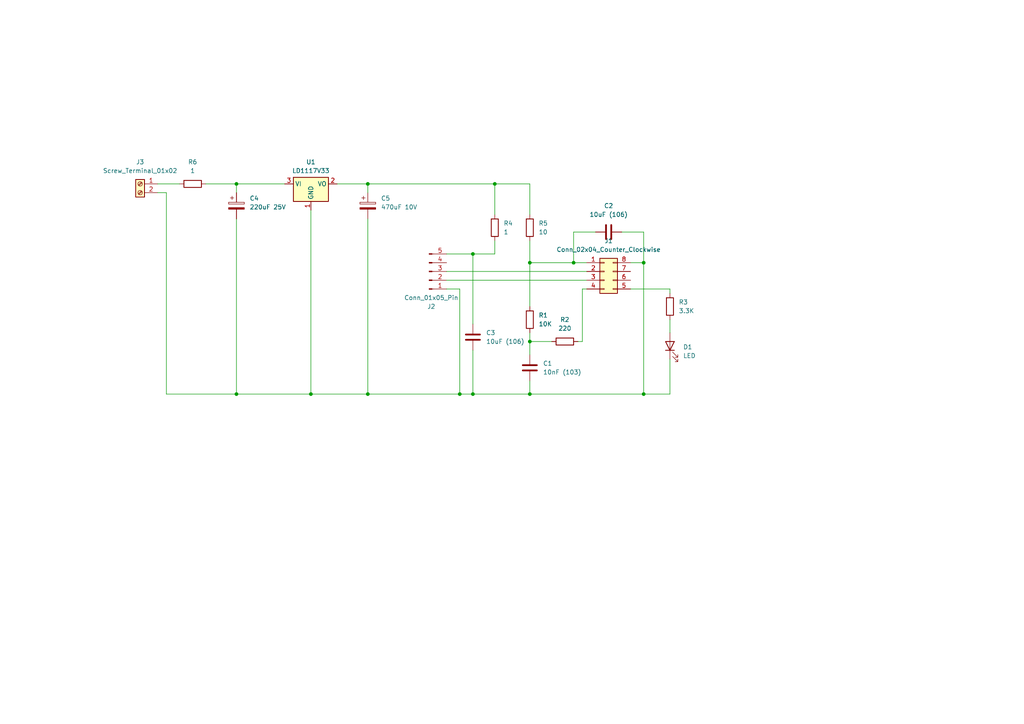
<source format=kicad_sch>
(kicad_sch
	(version 20250114)
	(generator "eeschema")
	(generator_version "9.0")
	(uuid "87747d33-8b9f-475a-aea1-20fb8b40656c")
	(paper "A4")
	(lib_symbols
		(symbol "Connector:Conn_01x05_Pin"
			(pin_names
				(offset 1.016)
				(hide yes)
			)
			(exclude_from_sim no)
			(in_bom yes)
			(on_board yes)
			(property "Reference" "J"
				(at 0 7.62 0)
				(effects
					(font
						(size 1.27 1.27)
					)
				)
			)
			(property "Value" "Conn_01x05_Pin"
				(at 0 -7.62 0)
				(effects
					(font
						(size 1.27 1.27)
					)
				)
			)
			(property "Footprint" ""
				(at 0 0 0)
				(effects
					(font
						(size 1.27 1.27)
					)
					(hide yes)
				)
			)
			(property "Datasheet" "~"
				(at 0 0 0)
				(effects
					(font
						(size 1.27 1.27)
					)
					(hide yes)
				)
			)
			(property "Description" "Generic connector, single row, 01x05, script generated"
				(at 0 0 0)
				(effects
					(font
						(size 1.27 1.27)
					)
					(hide yes)
				)
			)
			(property "ki_locked" ""
				(at 0 0 0)
				(effects
					(font
						(size 1.27 1.27)
					)
				)
			)
			(property "ki_keywords" "connector"
				(at 0 0 0)
				(effects
					(font
						(size 1.27 1.27)
					)
					(hide yes)
				)
			)
			(property "ki_fp_filters" "Connector*:*_1x??_*"
				(at 0 0 0)
				(effects
					(font
						(size 1.27 1.27)
					)
					(hide yes)
				)
			)
			(symbol "Conn_01x05_Pin_1_1"
				(rectangle
					(start 0.8636 5.207)
					(end 0 4.953)
					(stroke
						(width 0.1524)
						(type default)
					)
					(fill
						(type outline)
					)
				)
				(rectangle
					(start 0.8636 2.667)
					(end 0 2.413)
					(stroke
						(width 0.1524)
						(type default)
					)
					(fill
						(type outline)
					)
				)
				(rectangle
					(start 0.8636 0.127)
					(end 0 -0.127)
					(stroke
						(width 0.1524)
						(type default)
					)
					(fill
						(type outline)
					)
				)
				(rectangle
					(start 0.8636 -2.413)
					(end 0 -2.667)
					(stroke
						(width 0.1524)
						(type default)
					)
					(fill
						(type outline)
					)
				)
				(rectangle
					(start 0.8636 -4.953)
					(end 0 -5.207)
					(stroke
						(width 0.1524)
						(type default)
					)
					(fill
						(type outline)
					)
				)
				(polyline
					(pts
						(xy 1.27 5.08) (xy 0.8636 5.08)
					)
					(stroke
						(width 0.1524)
						(type default)
					)
					(fill
						(type none)
					)
				)
				(polyline
					(pts
						(xy 1.27 2.54) (xy 0.8636 2.54)
					)
					(stroke
						(width 0.1524)
						(type default)
					)
					(fill
						(type none)
					)
				)
				(polyline
					(pts
						(xy 1.27 0) (xy 0.8636 0)
					)
					(stroke
						(width 0.1524)
						(type default)
					)
					(fill
						(type none)
					)
				)
				(polyline
					(pts
						(xy 1.27 -2.54) (xy 0.8636 -2.54)
					)
					(stroke
						(width 0.1524)
						(type default)
					)
					(fill
						(type none)
					)
				)
				(polyline
					(pts
						(xy 1.27 -5.08) (xy 0.8636 -5.08)
					)
					(stroke
						(width 0.1524)
						(type default)
					)
					(fill
						(type none)
					)
				)
				(pin passive line
					(at 5.08 5.08 180)
					(length 3.81)
					(name "Pin_1"
						(effects
							(font
								(size 1.27 1.27)
							)
						)
					)
					(number "1"
						(effects
							(font
								(size 1.27 1.27)
							)
						)
					)
				)
				(pin passive line
					(at 5.08 2.54 180)
					(length 3.81)
					(name "Pin_2"
						(effects
							(font
								(size 1.27 1.27)
							)
						)
					)
					(number "2"
						(effects
							(font
								(size 1.27 1.27)
							)
						)
					)
				)
				(pin passive line
					(at 5.08 0 180)
					(length 3.81)
					(name "Pin_3"
						(effects
							(font
								(size 1.27 1.27)
							)
						)
					)
					(number "3"
						(effects
							(font
								(size 1.27 1.27)
							)
						)
					)
				)
				(pin passive line
					(at 5.08 -2.54 180)
					(length 3.81)
					(name "Pin_4"
						(effects
							(font
								(size 1.27 1.27)
							)
						)
					)
					(number "4"
						(effects
							(font
								(size 1.27 1.27)
							)
						)
					)
				)
				(pin passive line
					(at 5.08 -5.08 180)
					(length 3.81)
					(name "Pin_5"
						(effects
							(font
								(size 1.27 1.27)
							)
						)
					)
					(number "5"
						(effects
							(font
								(size 1.27 1.27)
							)
						)
					)
				)
			)
			(embedded_fonts no)
		)
		(symbol "Connector:Screw_Terminal_01x02"
			(pin_names
				(offset 1.016)
				(hide yes)
			)
			(exclude_from_sim no)
			(in_bom yes)
			(on_board yes)
			(property "Reference" "J"
				(at 0 2.54 0)
				(effects
					(font
						(size 1.27 1.27)
					)
				)
			)
			(property "Value" "Screw_Terminal_01x02"
				(at 0 -5.08 0)
				(effects
					(font
						(size 1.27 1.27)
					)
				)
			)
			(property "Footprint" ""
				(at 0 0 0)
				(effects
					(font
						(size 1.27 1.27)
					)
					(hide yes)
				)
			)
			(property "Datasheet" "~"
				(at 0 0 0)
				(effects
					(font
						(size 1.27 1.27)
					)
					(hide yes)
				)
			)
			(property "Description" "Generic screw terminal, single row, 01x02, script generated (kicad-library-utils/schlib/autogen/connector/)"
				(at 0 0 0)
				(effects
					(font
						(size 1.27 1.27)
					)
					(hide yes)
				)
			)
			(property "ki_keywords" "screw terminal"
				(at 0 0 0)
				(effects
					(font
						(size 1.27 1.27)
					)
					(hide yes)
				)
			)
			(property "ki_fp_filters" "TerminalBlock*:*"
				(at 0 0 0)
				(effects
					(font
						(size 1.27 1.27)
					)
					(hide yes)
				)
			)
			(symbol "Screw_Terminal_01x02_1_1"
				(rectangle
					(start -1.27 1.27)
					(end 1.27 -3.81)
					(stroke
						(width 0.254)
						(type default)
					)
					(fill
						(type background)
					)
				)
				(polyline
					(pts
						(xy -0.5334 0.3302) (xy 0.3302 -0.508)
					)
					(stroke
						(width 0.1524)
						(type default)
					)
					(fill
						(type none)
					)
				)
				(polyline
					(pts
						(xy -0.5334 -2.2098) (xy 0.3302 -3.048)
					)
					(stroke
						(width 0.1524)
						(type default)
					)
					(fill
						(type none)
					)
				)
				(polyline
					(pts
						(xy -0.3556 0.508) (xy 0.508 -0.3302)
					)
					(stroke
						(width 0.1524)
						(type default)
					)
					(fill
						(type none)
					)
				)
				(polyline
					(pts
						(xy -0.3556 -2.032) (xy 0.508 -2.8702)
					)
					(stroke
						(width 0.1524)
						(type default)
					)
					(fill
						(type none)
					)
				)
				(circle
					(center 0 0)
					(radius 0.635)
					(stroke
						(width 0.1524)
						(type default)
					)
					(fill
						(type none)
					)
				)
				(circle
					(center 0 -2.54)
					(radius 0.635)
					(stroke
						(width 0.1524)
						(type default)
					)
					(fill
						(type none)
					)
				)
				(pin passive line
					(at -5.08 0 0)
					(length 3.81)
					(name "Pin_1"
						(effects
							(font
								(size 1.27 1.27)
							)
						)
					)
					(number "1"
						(effects
							(font
								(size 1.27 1.27)
							)
						)
					)
				)
				(pin passive line
					(at -5.08 -2.54 0)
					(length 3.81)
					(name "Pin_2"
						(effects
							(font
								(size 1.27 1.27)
							)
						)
					)
					(number "2"
						(effects
							(font
								(size 1.27 1.27)
							)
						)
					)
				)
			)
			(embedded_fonts no)
		)
		(symbol "Connector_Generic:Conn_02x04_Counter_Clockwise"
			(pin_names
				(offset 1.016)
				(hide yes)
			)
			(exclude_from_sim no)
			(in_bom yes)
			(on_board yes)
			(property "Reference" "J"
				(at 1.27 5.08 0)
				(effects
					(font
						(size 1.27 1.27)
					)
				)
			)
			(property "Value" "Conn_02x04_Counter_Clockwise"
				(at 1.27 -7.62 0)
				(effects
					(font
						(size 1.27 1.27)
					)
				)
			)
			(property "Footprint" ""
				(at 0 0 0)
				(effects
					(font
						(size 1.27 1.27)
					)
					(hide yes)
				)
			)
			(property "Datasheet" "~"
				(at 0 0 0)
				(effects
					(font
						(size 1.27 1.27)
					)
					(hide yes)
				)
			)
			(property "Description" "Generic connector, double row, 02x04, counter clockwise pin numbering scheme (similar to DIP package numbering), script generated (kicad-library-utils/schlib/autogen/connector/)"
				(at 0 0 0)
				(effects
					(font
						(size 1.27 1.27)
					)
					(hide yes)
				)
			)
			(property "ki_keywords" "connector"
				(at 0 0 0)
				(effects
					(font
						(size 1.27 1.27)
					)
					(hide yes)
				)
			)
			(property "ki_fp_filters" "Connector*:*_2x??_*"
				(at 0 0 0)
				(effects
					(font
						(size 1.27 1.27)
					)
					(hide yes)
				)
			)
			(symbol "Conn_02x04_Counter_Clockwise_1_1"
				(rectangle
					(start -1.27 3.81)
					(end 3.81 -6.35)
					(stroke
						(width 0.254)
						(type default)
					)
					(fill
						(type background)
					)
				)
				(rectangle
					(start -1.27 2.667)
					(end 0 2.413)
					(stroke
						(width 0.1524)
						(type default)
					)
					(fill
						(type none)
					)
				)
				(rectangle
					(start -1.27 0.127)
					(end 0 -0.127)
					(stroke
						(width 0.1524)
						(type default)
					)
					(fill
						(type none)
					)
				)
				(rectangle
					(start -1.27 -2.413)
					(end 0 -2.667)
					(stroke
						(width 0.1524)
						(type default)
					)
					(fill
						(type none)
					)
				)
				(rectangle
					(start -1.27 -4.953)
					(end 0 -5.207)
					(stroke
						(width 0.1524)
						(type default)
					)
					(fill
						(type none)
					)
				)
				(rectangle
					(start 3.81 2.667)
					(end 2.54 2.413)
					(stroke
						(width 0.1524)
						(type default)
					)
					(fill
						(type none)
					)
				)
				(rectangle
					(start 3.81 0.127)
					(end 2.54 -0.127)
					(stroke
						(width 0.1524)
						(type default)
					)
					(fill
						(type none)
					)
				)
				(rectangle
					(start 3.81 -2.413)
					(end 2.54 -2.667)
					(stroke
						(width 0.1524)
						(type default)
					)
					(fill
						(type none)
					)
				)
				(rectangle
					(start 3.81 -4.953)
					(end 2.54 -5.207)
					(stroke
						(width 0.1524)
						(type default)
					)
					(fill
						(type none)
					)
				)
				(pin passive line
					(at -5.08 2.54 0)
					(length 3.81)
					(name "Pin_1"
						(effects
							(font
								(size 1.27 1.27)
							)
						)
					)
					(number "1"
						(effects
							(font
								(size 1.27 1.27)
							)
						)
					)
				)
				(pin passive line
					(at -5.08 0 0)
					(length 3.81)
					(name "Pin_2"
						(effects
							(font
								(size 1.27 1.27)
							)
						)
					)
					(number "2"
						(effects
							(font
								(size 1.27 1.27)
							)
						)
					)
				)
				(pin passive line
					(at -5.08 -2.54 0)
					(length 3.81)
					(name "Pin_3"
						(effects
							(font
								(size 1.27 1.27)
							)
						)
					)
					(number "3"
						(effects
							(font
								(size 1.27 1.27)
							)
						)
					)
				)
				(pin passive line
					(at -5.08 -5.08 0)
					(length 3.81)
					(name "Pin_4"
						(effects
							(font
								(size 1.27 1.27)
							)
						)
					)
					(number "4"
						(effects
							(font
								(size 1.27 1.27)
							)
						)
					)
				)
				(pin passive line
					(at 7.62 2.54 180)
					(length 3.81)
					(name "Pin_8"
						(effects
							(font
								(size 1.27 1.27)
							)
						)
					)
					(number "8"
						(effects
							(font
								(size 1.27 1.27)
							)
						)
					)
				)
				(pin passive line
					(at 7.62 0 180)
					(length 3.81)
					(name "Pin_7"
						(effects
							(font
								(size 1.27 1.27)
							)
						)
					)
					(number "7"
						(effects
							(font
								(size 1.27 1.27)
							)
						)
					)
				)
				(pin passive line
					(at 7.62 -2.54 180)
					(length 3.81)
					(name "Pin_6"
						(effects
							(font
								(size 1.27 1.27)
							)
						)
					)
					(number "6"
						(effects
							(font
								(size 1.27 1.27)
							)
						)
					)
				)
				(pin passive line
					(at 7.62 -5.08 180)
					(length 3.81)
					(name "Pin_5"
						(effects
							(font
								(size 1.27 1.27)
							)
						)
					)
					(number "5"
						(effects
							(font
								(size 1.27 1.27)
							)
						)
					)
				)
			)
			(embedded_fonts no)
		)
		(symbol "Device:C"
			(pin_numbers
				(hide yes)
			)
			(pin_names
				(offset 0.254)
			)
			(exclude_from_sim no)
			(in_bom yes)
			(on_board yes)
			(property "Reference" "C"
				(at 0.635 2.54 0)
				(effects
					(font
						(size 1.27 1.27)
					)
					(justify left)
				)
			)
			(property "Value" "C"
				(at 0.635 -2.54 0)
				(effects
					(font
						(size 1.27 1.27)
					)
					(justify left)
				)
			)
			(property "Footprint" ""
				(at 0.9652 -3.81 0)
				(effects
					(font
						(size 1.27 1.27)
					)
					(hide yes)
				)
			)
			(property "Datasheet" "~"
				(at 0 0 0)
				(effects
					(font
						(size 1.27 1.27)
					)
					(hide yes)
				)
			)
			(property "Description" "Unpolarized capacitor"
				(at 0 0 0)
				(effects
					(font
						(size 1.27 1.27)
					)
					(hide yes)
				)
			)
			(property "ki_keywords" "cap capacitor"
				(at 0 0 0)
				(effects
					(font
						(size 1.27 1.27)
					)
					(hide yes)
				)
			)
			(property "ki_fp_filters" "C_*"
				(at 0 0 0)
				(effects
					(font
						(size 1.27 1.27)
					)
					(hide yes)
				)
			)
			(symbol "C_0_1"
				(polyline
					(pts
						(xy -2.032 0.762) (xy 2.032 0.762)
					)
					(stroke
						(width 0.508)
						(type default)
					)
					(fill
						(type none)
					)
				)
				(polyline
					(pts
						(xy -2.032 -0.762) (xy 2.032 -0.762)
					)
					(stroke
						(width 0.508)
						(type default)
					)
					(fill
						(type none)
					)
				)
			)
			(symbol "C_1_1"
				(pin passive line
					(at 0 3.81 270)
					(length 2.794)
					(name "~"
						(effects
							(font
								(size 1.27 1.27)
							)
						)
					)
					(number "1"
						(effects
							(font
								(size 1.27 1.27)
							)
						)
					)
				)
				(pin passive line
					(at 0 -3.81 90)
					(length 2.794)
					(name "~"
						(effects
							(font
								(size 1.27 1.27)
							)
						)
					)
					(number "2"
						(effects
							(font
								(size 1.27 1.27)
							)
						)
					)
				)
			)
			(embedded_fonts no)
		)
		(symbol "Device:C_Polarized"
			(pin_numbers
				(hide yes)
			)
			(pin_names
				(offset 0.254)
			)
			(exclude_from_sim no)
			(in_bom yes)
			(on_board yes)
			(property "Reference" "C"
				(at 0.635 2.54 0)
				(effects
					(font
						(size 1.27 1.27)
					)
					(justify left)
				)
			)
			(property "Value" "C_Polarized"
				(at 0.635 -2.54 0)
				(effects
					(font
						(size 1.27 1.27)
					)
					(justify left)
				)
			)
			(property "Footprint" ""
				(at 0.9652 -3.81 0)
				(effects
					(font
						(size 1.27 1.27)
					)
					(hide yes)
				)
			)
			(property "Datasheet" "~"
				(at 0 0 0)
				(effects
					(font
						(size 1.27 1.27)
					)
					(hide yes)
				)
			)
			(property "Description" "Polarized capacitor"
				(at 0 0 0)
				(effects
					(font
						(size 1.27 1.27)
					)
					(hide yes)
				)
			)
			(property "ki_keywords" "cap capacitor"
				(at 0 0 0)
				(effects
					(font
						(size 1.27 1.27)
					)
					(hide yes)
				)
			)
			(property "ki_fp_filters" "CP_*"
				(at 0 0 0)
				(effects
					(font
						(size 1.27 1.27)
					)
					(hide yes)
				)
			)
			(symbol "C_Polarized_0_1"
				(rectangle
					(start -2.286 0.508)
					(end 2.286 1.016)
					(stroke
						(width 0)
						(type default)
					)
					(fill
						(type none)
					)
				)
				(polyline
					(pts
						(xy -1.778 2.286) (xy -0.762 2.286)
					)
					(stroke
						(width 0)
						(type default)
					)
					(fill
						(type none)
					)
				)
				(polyline
					(pts
						(xy -1.27 2.794) (xy -1.27 1.778)
					)
					(stroke
						(width 0)
						(type default)
					)
					(fill
						(type none)
					)
				)
				(rectangle
					(start 2.286 -0.508)
					(end -2.286 -1.016)
					(stroke
						(width 0)
						(type default)
					)
					(fill
						(type outline)
					)
				)
			)
			(symbol "C_Polarized_1_1"
				(pin passive line
					(at 0 3.81 270)
					(length 2.794)
					(name "~"
						(effects
							(font
								(size 1.27 1.27)
							)
						)
					)
					(number "1"
						(effects
							(font
								(size 1.27 1.27)
							)
						)
					)
				)
				(pin passive line
					(at 0 -3.81 90)
					(length 2.794)
					(name "~"
						(effects
							(font
								(size 1.27 1.27)
							)
						)
					)
					(number "2"
						(effects
							(font
								(size 1.27 1.27)
							)
						)
					)
				)
			)
			(embedded_fonts no)
		)
		(symbol "Device:LED"
			(pin_numbers
				(hide yes)
			)
			(pin_names
				(offset 1.016)
				(hide yes)
			)
			(exclude_from_sim no)
			(in_bom yes)
			(on_board yes)
			(property "Reference" "D"
				(at 0 2.54 0)
				(effects
					(font
						(size 1.27 1.27)
					)
				)
			)
			(property "Value" "LED"
				(at 0 -2.54 0)
				(effects
					(font
						(size 1.27 1.27)
					)
				)
			)
			(property "Footprint" ""
				(at 0 0 0)
				(effects
					(font
						(size 1.27 1.27)
					)
					(hide yes)
				)
			)
			(property "Datasheet" "~"
				(at 0 0 0)
				(effects
					(font
						(size 1.27 1.27)
					)
					(hide yes)
				)
			)
			(property "Description" "Light emitting diode"
				(at 0 0 0)
				(effects
					(font
						(size 1.27 1.27)
					)
					(hide yes)
				)
			)
			(property "Sim.Pins" "1=K 2=A"
				(at 0 0 0)
				(effects
					(font
						(size 1.27 1.27)
					)
					(hide yes)
				)
			)
			(property "ki_keywords" "LED diode"
				(at 0 0 0)
				(effects
					(font
						(size 1.27 1.27)
					)
					(hide yes)
				)
			)
			(property "ki_fp_filters" "LED* LED_SMD:* LED_THT:*"
				(at 0 0 0)
				(effects
					(font
						(size 1.27 1.27)
					)
					(hide yes)
				)
			)
			(symbol "LED_0_1"
				(polyline
					(pts
						(xy -3.048 -0.762) (xy -4.572 -2.286) (xy -3.81 -2.286) (xy -4.572 -2.286) (xy -4.572 -1.524)
					)
					(stroke
						(width 0)
						(type default)
					)
					(fill
						(type none)
					)
				)
				(polyline
					(pts
						(xy -1.778 -0.762) (xy -3.302 -2.286) (xy -2.54 -2.286) (xy -3.302 -2.286) (xy -3.302 -1.524)
					)
					(stroke
						(width 0)
						(type default)
					)
					(fill
						(type none)
					)
				)
				(polyline
					(pts
						(xy -1.27 0) (xy 1.27 0)
					)
					(stroke
						(width 0)
						(type default)
					)
					(fill
						(type none)
					)
				)
				(polyline
					(pts
						(xy -1.27 -1.27) (xy -1.27 1.27)
					)
					(stroke
						(width 0.254)
						(type default)
					)
					(fill
						(type none)
					)
				)
				(polyline
					(pts
						(xy 1.27 -1.27) (xy 1.27 1.27) (xy -1.27 0) (xy 1.27 -1.27)
					)
					(stroke
						(width 0.254)
						(type default)
					)
					(fill
						(type none)
					)
				)
			)
			(symbol "LED_1_1"
				(pin passive line
					(at -3.81 0 0)
					(length 2.54)
					(name "K"
						(effects
							(font
								(size 1.27 1.27)
							)
						)
					)
					(number "1"
						(effects
							(font
								(size 1.27 1.27)
							)
						)
					)
				)
				(pin passive line
					(at 3.81 0 180)
					(length 2.54)
					(name "A"
						(effects
							(font
								(size 1.27 1.27)
							)
						)
					)
					(number "2"
						(effects
							(font
								(size 1.27 1.27)
							)
						)
					)
				)
			)
			(embedded_fonts no)
		)
		(symbol "Device:R"
			(pin_numbers
				(hide yes)
			)
			(pin_names
				(offset 0)
			)
			(exclude_from_sim no)
			(in_bom yes)
			(on_board yes)
			(property "Reference" "R"
				(at 2.032 0 90)
				(effects
					(font
						(size 1.27 1.27)
					)
				)
			)
			(property "Value" "R"
				(at 0 0 90)
				(effects
					(font
						(size 1.27 1.27)
					)
				)
			)
			(property "Footprint" ""
				(at -1.778 0 90)
				(effects
					(font
						(size 1.27 1.27)
					)
					(hide yes)
				)
			)
			(property "Datasheet" "~"
				(at 0 0 0)
				(effects
					(font
						(size 1.27 1.27)
					)
					(hide yes)
				)
			)
			(property "Description" "Resistor"
				(at 0 0 0)
				(effects
					(font
						(size 1.27 1.27)
					)
					(hide yes)
				)
			)
			(property "ki_keywords" "R res resistor"
				(at 0 0 0)
				(effects
					(font
						(size 1.27 1.27)
					)
					(hide yes)
				)
			)
			(property "ki_fp_filters" "R_*"
				(at 0 0 0)
				(effects
					(font
						(size 1.27 1.27)
					)
					(hide yes)
				)
			)
			(symbol "R_0_1"
				(rectangle
					(start -1.016 -2.54)
					(end 1.016 2.54)
					(stroke
						(width 0.254)
						(type default)
					)
					(fill
						(type none)
					)
				)
			)
			(symbol "R_1_1"
				(pin passive line
					(at 0 3.81 270)
					(length 1.27)
					(name "~"
						(effects
							(font
								(size 1.27 1.27)
							)
						)
					)
					(number "1"
						(effects
							(font
								(size 1.27 1.27)
							)
						)
					)
				)
				(pin passive line
					(at 0 -3.81 90)
					(length 1.27)
					(name "~"
						(effects
							(font
								(size 1.27 1.27)
							)
						)
					)
					(number "2"
						(effects
							(font
								(size 1.27 1.27)
							)
						)
					)
				)
			)
			(embedded_fonts no)
		)
		(symbol "Regulator_Linear:LD1117V33"
			(exclude_from_sim no)
			(in_bom yes)
			(on_board yes)
			(property "Reference" "U"
				(at -3.81 3.175 0)
				(effects
					(font
						(size 1.27 1.27)
					)
				)
			)
			(property "Value" "LD1117V33"
				(at 0 3.175 0)
				(effects
					(font
						(size 1.27 1.27)
					)
					(justify left)
				)
			)
			(property "Footprint" "Package_TO_SOT_THT:TO-220-3_Vertical"
				(at 0 5.08 0)
				(effects
					(font
						(size 1.27 1.27)
					)
					(hide yes)
				)
			)
			(property "Datasheet" "https://www.st.com/resource/en/datasheet/ld1117.pdf"
				(at 2.54 -6.35 0)
				(effects
					(font
						(size 1.27 1.27)
					)
					(hide yes)
				)
			)
			(property "Description" "800 mA Fixed Low Drop Positive Voltage Regulator (ldo). Max input 15V. Fixed Output 3.3V. TO-220-3"
				(at 0 0 0)
				(effects
					(font
						(size 1.27 1.27)
					)
					(hide yes)
				)
			)
			(property "ki_keywords" "low-dropout-regulator ldo"
				(at 0 0 0)
				(effects
					(font
						(size 1.27 1.27)
					)
					(hide yes)
				)
			)
			(property "ki_fp_filters" "*TO?220*"
				(at 0 0 0)
				(effects
					(font
						(size 1.27 1.27)
					)
					(hide yes)
				)
			)
			(symbol "LD1117V33_0_1"
				(rectangle
					(start -5.08 -5.08)
					(end 5.08 1.905)
					(stroke
						(width 0.254)
						(type default)
					)
					(fill
						(type background)
					)
				)
			)
			(symbol "LD1117V33_1_1"
				(pin power_in line
					(at -7.62 0 0)
					(length 2.54)
					(name "VI"
						(effects
							(font
								(size 1.27 1.27)
							)
						)
					)
					(number "3"
						(effects
							(font
								(size 1.27 1.27)
							)
						)
					)
				)
				(pin power_in line
					(at 0 -7.62 90)
					(length 2.54)
					(name "GND"
						(effects
							(font
								(size 1.27 1.27)
							)
						)
					)
					(number "1"
						(effects
							(font
								(size 1.27 1.27)
							)
						)
					)
				)
				(pin power_out line
					(at 7.62 0 180)
					(length 2.54)
					(name "VO"
						(effects
							(font
								(size 1.27 1.27)
							)
						)
					)
					(number "2"
						(effects
							(font
								(size 1.27 1.27)
							)
						)
					)
				)
			)
			(embedded_fonts no)
		)
	)
	(junction
		(at 153.67 99.06)
		(diameter 0)
		(color 0 0 0 0)
		(uuid "0aa508c4-ba65-4764-9bad-2791f4b5fe50")
	)
	(junction
		(at 153.67 114.3)
		(diameter 0)
		(color 0 0 0 0)
		(uuid "2c3e70d6-5aae-4e59-abc4-9307466640c3")
	)
	(junction
		(at 137.16 73.66)
		(diameter 0)
		(color 0 0 0 0)
		(uuid "342a9cdd-6f62-4440-8a0e-5cf20a421d38")
	)
	(junction
		(at 68.58 114.3)
		(diameter 0)
		(color 0 0 0 0)
		(uuid "38196af6-fa2a-4803-8fa2-ed72c7e581ba")
	)
	(junction
		(at 137.16 114.3)
		(diameter 0)
		(color 0 0 0 0)
		(uuid "4416351f-8f30-49de-be12-4daefec9a5d9")
	)
	(junction
		(at 106.68 53.34)
		(diameter 0)
		(color 0 0 0 0)
		(uuid "6c31e8b4-64bb-46a5-9fa8-2a7e078ee7f5")
	)
	(junction
		(at 133.35 114.3)
		(diameter 0)
		(color 0 0 0 0)
		(uuid "827861aa-2fc9-4693-b328-cfb32cbebeed")
	)
	(junction
		(at 143.51 53.34)
		(diameter 0)
		(color 0 0 0 0)
		(uuid "95140041-752a-46bb-96eb-268b524b3f15")
	)
	(junction
		(at 186.69 114.3)
		(diameter 0)
		(color 0 0 0 0)
		(uuid "b8c9ab4e-69fe-4d00-acb2-c43a7e36e32e")
	)
	(junction
		(at 106.68 114.3)
		(diameter 0)
		(color 0 0 0 0)
		(uuid "bb39a736-24fb-4f08-9371-619e416dbc21")
	)
	(junction
		(at 90.17 114.3)
		(diameter 0)
		(color 0 0 0 0)
		(uuid "c5200e2e-c89e-420f-a8b7-a8de14e54dac")
	)
	(junction
		(at 186.69 76.2)
		(diameter 0)
		(color 0 0 0 0)
		(uuid "c76cca61-cce1-4cfe-b4f5-832a485e8a13")
	)
	(junction
		(at 153.67 76.2)
		(diameter 0)
		(color 0 0 0 0)
		(uuid "cdb3fb3e-5018-4ee9-8c40-0df74cf11a2a")
	)
	(junction
		(at 68.58 53.34)
		(diameter 0)
		(color 0 0 0 0)
		(uuid "f8d5d5fa-4cf3-4435-b3ae-53d39ec90719")
	)
	(junction
		(at 166.37 76.2)
		(diameter 0)
		(color 0 0 0 0)
		(uuid "ff37df4c-cd60-4412-8c7f-410919d4c0d6")
	)
	(wire
		(pts
			(xy 186.69 114.3) (xy 153.67 114.3)
		)
		(stroke
			(width 0)
			(type default)
		)
		(uuid "000a9cef-287f-430a-8e5a-6c1a80ce0141")
	)
	(wire
		(pts
			(xy 143.51 73.66) (xy 137.16 73.66)
		)
		(stroke
			(width 0)
			(type default)
		)
		(uuid "0c424264-e617-4e78-aa18-138529c28a2f")
	)
	(wire
		(pts
			(xy 97.79 53.34) (xy 106.68 53.34)
		)
		(stroke
			(width 0)
			(type default)
		)
		(uuid "11a02f56-3901-4afd-a91f-0ef080bde6c5")
	)
	(wire
		(pts
			(xy 194.31 83.82) (xy 194.31 85.09)
		)
		(stroke
			(width 0)
			(type default)
		)
		(uuid "1f707de2-b601-4382-9e6c-53be0e6846ef")
	)
	(wire
		(pts
			(xy 45.72 53.34) (xy 52.07 53.34)
		)
		(stroke
			(width 0)
			(type default)
		)
		(uuid "27eb35f9-8aca-4734-b7fd-2ec9b3019682")
	)
	(wire
		(pts
			(xy 153.67 99.06) (xy 160.02 99.06)
		)
		(stroke
			(width 0)
			(type default)
		)
		(uuid "2caad5aa-0590-4ea6-b649-672270e99ae4")
	)
	(wire
		(pts
			(xy 137.16 114.3) (xy 153.67 114.3)
		)
		(stroke
			(width 0)
			(type default)
		)
		(uuid "32cdc72c-1430-4b7d-b126-39d5169789ff")
	)
	(wire
		(pts
			(xy 167.64 99.06) (xy 168.91 99.06)
		)
		(stroke
			(width 0)
			(type default)
		)
		(uuid "37be6b84-daab-4006-bc93-4e9ac0807d1e")
	)
	(wire
		(pts
			(xy 137.16 73.66) (xy 137.16 93.98)
		)
		(stroke
			(width 0)
			(type default)
		)
		(uuid "3ad78e7e-7139-472d-a09b-23fe458e0687")
	)
	(wire
		(pts
			(xy 45.72 55.88) (xy 48.26 55.88)
		)
		(stroke
			(width 0)
			(type default)
		)
		(uuid "3caa0491-78d9-4c5c-a96b-cbcd771c3301")
	)
	(wire
		(pts
			(xy 153.67 69.85) (xy 153.67 76.2)
		)
		(stroke
			(width 0)
			(type default)
		)
		(uuid "426a3ecf-60ff-487a-8df1-362d2bf785fd")
	)
	(wire
		(pts
			(xy 59.69 53.34) (xy 68.58 53.34)
		)
		(stroke
			(width 0)
			(type default)
		)
		(uuid "43d0fcbe-1788-4dfe-9584-39b685808efa")
	)
	(wire
		(pts
			(xy 153.67 96.52) (xy 153.67 99.06)
		)
		(stroke
			(width 0)
			(type default)
		)
		(uuid "47034368-dc0e-456b-9060-e809ff9264f6")
	)
	(wire
		(pts
			(xy 186.69 76.2) (xy 186.69 114.3)
		)
		(stroke
			(width 0)
			(type default)
		)
		(uuid "4a7a0d39-4825-4985-9db9-5c427994047d")
	)
	(wire
		(pts
			(xy 166.37 67.31) (xy 166.37 76.2)
		)
		(stroke
			(width 0)
			(type default)
		)
		(uuid "523c7d19-e81b-43d9-a73a-c688ded79513")
	)
	(wire
		(pts
			(xy 143.51 53.34) (xy 143.51 62.23)
		)
		(stroke
			(width 0)
			(type default)
		)
		(uuid "527f486c-fed8-477f-9732-78816e60e574")
	)
	(wire
		(pts
			(xy 133.35 83.82) (xy 133.35 114.3)
		)
		(stroke
			(width 0)
			(type default)
		)
		(uuid "5362d0bb-6fda-422b-ade0-94ae6b0d4e85")
	)
	(wire
		(pts
			(xy 143.51 69.85) (xy 143.51 73.66)
		)
		(stroke
			(width 0)
			(type default)
		)
		(uuid "53ef4cca-cb02-46ab-a70a-31a26dbe06f9")
	)
	(wire
		(pts
			(xy 153.67 76.2) (xy 153.67 88.9)
		)
		(stroke
			(width 0)
			(type default)
		)
		(uuid "563e26e8-b8b1-4f90-989d-fa214ed3b293")
	)
	(wire
		(pts
			(xy 180.34 67.31) (xy 186.69 67.31)
		)
		(stroke
			(width 0)
			(type default)
		)
		(uuid "592dd79d-e2c0-458d-91df-17809c2132d5")
	)
	(wire
		(pts
			(xy 48.26 55.88) (xy 48.26 114.3)
		)
		(stroke
			(width 0)
			(type default)
		)
		(uuid "6165c071-b3fb-4fa1-af16-82329a7383f8")
	)
	(wire
		(pts
			(xy 129.54 81.28) (xy 170.18 81.28)
		)
		(stroke
			(width 0)
			(type default)
		)
		(uuid "671325a3-0157-477e-a5b1-32c89ec0fb96")
	)
	(wire
		(pts
			(xy 129.54 78.74) (xy 170.18 78.74)
		)
		(stroke
			(width 0)
			(type default)
		)
		(uuid "6807bc99-60b0-4e41-b35f-279303341250")
	)
	(wire
		(pts
			(xy 133.35 114.3) (xy 137.16 114.3)
		)
		(stroke
			(width 0)
			(type default)
		)
		(uuid "6a0f48cc-87b6-4dce-a542-9d92fbfa529f")
	)
	(wire
		(pts
			(xy 153.67 110.49) (xy 153.67 114.3)
		)
		(stroke
			(width 0)
			(type default)
		)
		(uuid "6cce592d-2bf0-44ad-923f-f2cb4e4e16d3")
	)
	(wire
		(pts
			(xy 153.67 76.2) (xy 166.37 76.2)
		)
		(stroke
			(width 0)
			(type default)
		)
		(uuid "71209fef-6c9d-4197-849c-00cf9f821fcd")
	)
	(wire
		(pts
			(xy 106.68 53.34) (xy 143.51 53.34)
		)
		(stroke
			(width 0)
			(type default)
		)
		(uuid "716c54fd-64fb-4971-8b32-657b8eef42f6")
	)
	(wire
		(pts
			(xy 182.88 83.82) (xy 194.31 83.82)
		)
		(stroke
			(width 0)
			(type default)
		)
		(uuid "725507e1-cf6d-4aef-a230-f97ce8b549fa")
	)
	(wire
		(pts
			(xy 129.54 83.82) (xy 133.35 83.82)
		)
		(stroke
			(width 0)
			(type default)
		)
		(uuid "74902d08-4b72-471a-829f-12fdb83abb4f")
	)
	(wire
		(pts
			(xy 194.31 92.71) (xy 194.31 96.52)
		)
		(stroke
			(width 0)
			(type default)
		)
		(uuid "79816c2b-bd3f-4e27-b946-925a479f4742")
	)
	(wire
		(pts
			(xy 166.37 76.2) (xy 170.18 76.2)
		)
		(stroke
			(width 0)
			(type default)
		)
		(uuid "876aeb5c-6fd3-45fe-9bb5-79f0cc6baca7")
	)
	(wire
		(pts
			(xy 68.58 63.5) (xy 68.58 114.3)
		)
		(stroke
			(width 0)
			(type default)
		)
		(uuid "876cba16-c870-468d-b1a0-f04211016d9b")
	)
	(wire
		(pts
			(xy 168.91 83.82) (xy 168.91 99.06)
		)
		(stroke
			(width 0)
			(type default)
		)
		(uuid "88b9f554-543a-49dd-aebf-6dd79a8276c3")
	)
	(wire
		(pts
			(xy 143.51 53.34) (xy 153.67 53.34)
		)
		(stroke
			(width 0)
			(type default)
		)
		(uuid "8c186dfa-1fe2-48e4-adfe-a1882af83c9e")
	)
	(wire
		(pts
			(xy 194.31 114.3) (xy 186.69 114.3)
		)
		(stroke
			(width 0)
			(type default)
		)
		(uuid "92d5fe53-2545-4b63-a50f-b8832351ed73")
	)
	(wire
		(pts
			(xy 172.72 67.31) (xy 166.37 67.31)
		)
		(stroke
			(width 0)
			(type default)
		)
		(uuid "9554f140-1245-4ad8-8ca8-9552829fb590")
	)
	(wire
		(pts
			(xy 194.31 104.14) (xy 194.31 114.3)
		)
		(stroke
			(width 0)
			(type default)
		)
		(uuid "9c87ab42-fed4-4a8e-a4c9-4e8cc4dddf7e")
	)
	(wire
		(pts
			(xy 182.88 76.2) (xy 186.69 76.2)
		)
		(stroke
			(width 0)
			(type default)
		)
		(uuid "a6cc211e-d940-405d-a122-9a5882253e4d")
	)
	(wire
		(pts
			(xy 186.69 67.31) (xy 186.69 76.2)
		)
		(stroke
			(width 0)
			(type default)
		)
		(uuid "a91a35e0-6352-445a-a28a-2ea68aee6aac")
	)
	(wire
		(pts
			(xy 153.67 99.06) (xy 153.67 102.87)
		)
		(stroke
			(width 0)
			(type default)
		)
		(uuid "aa3ebaeb-606a-42d6-b5ec-e915a4e40deb")
	)
	(wire
		(pts
			(xy 170.18 83.82) (xy 168.91 83.82)
		)
		(stroke
			(width 0)
			(type default)
		)
		(uuid "b1a43bbe-4c97-408c-8ded-b2288ce574ef")
	)
	(wire
		(pts
			(xy 106.68 53.34) (xy 106.68 55.88)
		)
		(stroke
			(width 0)
			(type default)
		)
		(uuid "b4b68e0e-be1f-4e7c-96d3-84cf34054472")
	)
	(wire
		(pts
			(xy 106.68 114.3) (xy 133.35 114.3)
		)
		(stroke
			(width 0)
			(type default)
		)
		(uuid "bd979882-7c76-4c7a-aa8c-718d3670a17d")
	)
	(wire
		(pts
			(xy 68.58 53.34) (xy 82.55 53.34)
		)
		(stroke
			(width 0)
			(type default)
		)
		(uuid "bdb8900c-8270-4bd4-ab36-47192f023d08")
	)
	(wire
		(pts
			(xy 137.16 101.6) (xy 137.16 114.3)
		)
		(stroke
			(width 0)
			(type default)
		)
		(uuid "be970f8c-a20a-4c48-ab41-c4d37728d941")
	)
	(wire
		(pts
			(xy 90.17 60.96) (xy 90.17 114.3)
		)
		(stroke
			(width 0)
			(type default)
		)
		(uuid "bec51621-f7e5-4f23-941b-0ad33f8a86fd")
	)
	(wire
		(pts
			(xy 137.16 73.66) (xy 129.54 73.66)
		)
		(stroke
			(width 0)
			(type default)
		)
		(uuid "d059f945-8171-4b93-9afb-0c80c2f2e325")
	)
	(wire
		(pts
			(xy 106.68 63.5) (xy 106.68 114.3)
		)
		(stroke
			(width 0)
			(type default)
		)
		(uuid "ddfb6744-fcd0-40c6-b323-805defbc7e2b")
	)
	(wire
		(pts
			(xy 48.26 114.3) (xy 68.58 114.3)
		)
		(stroke
			(width 0)
			(type default)
		)
		(uuid "ec2247c5-4d35-4170-99d3-93bed1aee520")
	)
	(wire
		(pts
			(xy 68.58 53.34) (xy 68.58 55.88)
		)
		(stroke
			(width 0)
			(type default)
		)
		(uuid "f5ec2d1f-1bcd-4959-9ee1-0efc9acc5672")
	)
	(wire
		(pts
			(xy 68.58 114.3) (xy 90.17 114.3)
		)
		(stroke
			(width 0)
			(type default)
		)
		(uuid "f8a01048-c5c9-4ea4-8fae-88daa897345f")
	)
	(wire
		(pts
			(xy 90.17 114.3) (xy 106.68 114.3)
		)
		(stroke
			(width 0)
			(type default)
		)
		(uuid "f94269b4-73f9-4d68-9d80-59a726f308da")
	)
	(wire
		(pts
			(xy 153.67 53.34) (xy 153.67 62.23)
		)
		(stroke
			(width 0)
			(type default)
		)
		(uuid "fffdd42f-8526-45f6-85ed-94a6b0bcd504")
	)
	(symbol
		(lib_id "Device:R")
		(at 194.31 88.9 0)
		(unit 1)
		(exclude_from_sim no)
		(in_bom yes)
		(on_board yes)
		(dnp no)
		(fields_autoplaced yes)
		(uuid "3453a3c9-346c-4b3e-96b7-3d626e526060")
		(property "Reference" "R3"
			(at 196.85 87.6299 0)
			(effects
				(font
					(size 1.27 1.27)
				)
				(justify left)
			)
		)
		(property "Value" "3.3K"
			(at 196.85 90.1699 0)
			(effects
				(font
					(size 1.27 1.27)
				)
				(justify left)
			)
		)
		(property "Footprint" "Resistor_THT:R_Axial_DIN0207_L6.3mm_D2.5mm_P2.54mm_Vertical"
			(at 192.532 88.9 90)
			(effects
				(font
					(size 1.27 1.27)
				)
				(hide yes)
			)
		)
		(property "Datasheet" "~"
			(at 194.31 88.9 0)
			(effects
				(font
					(size 1.27 1.27)
				)
				(hide yes)
			)
		)
		(property "Description" "Resistor"
			(at 194.31 88.9 0)
			(effects
				(font
					(size 1.27 1.27)
				)
				(hide yes)
			)
		)
		(pin "2"
			(uuid "14811268-06a3-4f2b-8f92-3e3607a9b10d")
		)
		(pin "1"
			(uuid "e59c6245-bf05-411c-a3de-e755551303d7")
		)
		(instances
			(project "pic-rylr998-01"
				(path "/87747d33-8b9f-475a-aea1-20fb8b40656c"
					(reference "R3")
					(unit 1)
				)
			)
		)
	)
	(symbol
		(lib_id "Device:C_Polarized")
		(at 68.58 59.69 0)
		(unit 1)
		(exclude_from_sim no)
		(in_bom yes)
		(on_board yes)
		(dnp no)
		(fields_autoplaced yes)
		(uuid "399afb31-13af-4af5-b0c8-89c39522e80a")
		(property "Reference" "C4"
			(at 72.39 57.5309 0)
			(effects
				(font
					(size 1.27 1.27)
				)
				(justify left)
			)
		)
		(property "Value" "220uF 25V"
			(at 72.39 60.0709 0)
			(effects
				(font
					(size 1.27 1.27)
				)
				(justify left)
			)
		)
		(property "Footprint" "Capacitor_THT:CP_Radial_D6.3mm_P2.50mm"
			(at 69.5452 63.5 0)
			(effects
				(font
					(size 1.27 1.27)
				)
				(hide yes)
			)
		)
		(property "Datasheet" "~"
			(at 68.58 59.69 0)
			(effects
				(font
					(size 1.27 1.27)
				)
				(hide yes)
			)
		)
		(property "Description" "Polarized capacitor"
			(at 68.58 59.69 0)
			(effects
				(font
					(size 1.27 1.27)
				)
				(hide yes)
			)
		)
		(pin "1"
			(uuid "e329bdfe-2a66-49b5-8aa3-f5e08f0075fd")
		)
		(pin "2"
			(uuid "1b1e8406-c0cf-4748-ab5a-cda76d4345da")
		)
		(instances
			(project ""
				(path "/87747d33-8b9f-475a-aea1-20fb8b40656c"
					(reference "C4")
					(unit 1)
				)
			)
		)
	)
	(symbol
		(lib_id "Device:R")
		(at 153.67 92.71 0)
		(unit 1)
		(exclude_from_sim no)
		(in_bom yes)
		(on_board yes)
		(dnp no)
		(fields_autoplaced yes)
		(uuid "4688f71f-8e09-4851-adef-4f52ea88f13d")
		(property "Reference" "R1"
			(at 156.21 91.4399 0)
			(effects
				(font
					(size 1.27 1.27)
				)
				(justify left)
			)
		)
		(property "Value" "10K"
			(at 156.21 93.9799 0)
			(effects
				(font
					(size 1.27 1.27)
				)
				(justify left)
			)
		)
		(property "Footprint" "Resistor_THT:R_Axial_DIN0207_L6.3mm_D2.5mm_P10.16mm_Horizontal"
			(at 151.892 92.71 90)
			(effects
				(font
					(size 1.27 1.27)
				)
				(hide yes)
			)
		)
		(property "Datasheet" "~"
			(at 153.67 92.71 0)
			(effects
				(font
					(size 1.27 1.27)
				)
				(hide yes)
			)
		)
		(property "Description" "Resistor"
			(at 153.67 92.71 0)
			(effects
				(font
					(size 1.27 1.27)
				)
				(hide yes)
			)
		)
		(pin "2"
			(uuid "53a97c35-69a3-4499-9371-41eb967b3845")
		)
		(pin "1"
			(uuid "1cce9dc3-0abd-45e5-8edf-3d969b647ead")
		)
		(instances
			(project ""
				(path "/87747d33-8b9f-475a-aea1-20fb8b40656c"
					(reference "R1")
					(unit 1)
				)
			)
		)
	)
	(symbol
		(lib_id "Device:C")
		(at 153.67 106.68 0)
		(unit 1)
		(exclude_from_sim no)
		(in_bom yes)
		(on_board yes)
		(dnp no)
		(fields_autoplaced yes)
		(uuid "5044d50e-5145-43a2-8597-c9d7e28fe26a")
		(property "Reference" "C1"
			(at 157.48 105.4099 0)
			(effects
				(font
					(size 1.27 1.27)
				)
				(justify left)
			)
		)
		(property "Value" "10nF (103)"
			(at 157.48 107.9499 0)
			(effects
				(font
					(size 1.27 1.27)
				)
				(justify left)
			)
		)
		(property "Footprint" "Capacitor_THT:C_Disc_D8.0mm_W5.0mm_P5.00mm"
			(at 154.6352 110.49 0)
			(effects
				(font
					(size 1.27 1.27)
				)
				(hide yes)
			)
		)
		(property "Datasheet" "~"
			(at 153.67 106.68 0)
			(effects
				(font
					(size 1.27 1.27)
				)
				(hide yes)
			)
		)
		(property "Description" "Unpolarized capacitor"
			(at 153.67 106.68 0)
			(effects
				(font
					(size 1.27 1.27)
				)
				(hide yes)
			)
		)
		(pin "2"
			(uuid "03deda16-4865-437f-8c34-849e63143236")
		)
		(pin "1"
			(uuid "2c4a19ab-4510-4ee1-9590-03aa7329d298")
		)
		(instances
			(project ""
				(path "/87747d33-8b9f-475a-aea1-20fb8b40656c"
					(reference "C1")
					(unit 1)
				)
			)
		)
	)
	(symbol
		(lib_id "Connector:Conn_01x05_Pin")
		(at 124.46 78.74 0)
		(mirror x)
		(unit 1)
		(exclude_from_sim no)
		(in_bom yes)
		(on_board yes)
		(dnp no)
		(uuid "5266f8a7-c5f6-4bcd-a2a7-e48e9f0221af")
		(property "Reference" "J2"
			(at 125.095 88.9 0)
			(effects
				(font
					(size 1.27 1.27)
				)
			)
		)
		(property "Value" "Conn_01x05_Pin"
			(at 125.095 86.36 0)
			(effects
				(font
					(size 1.27 1.27)
				)
			)
		)
		(property "Footprint" "Connector_PinHeader_2.54mm:PinHeader_1x05_P2.54mm_Vertical"
			(at 124.46 78.74 0)
			(effects
				(font
					(size 1.27 1.27)
				)
				(hide yes)
			)
		)
		(property "Datasheet" "~"
			(at 124.46 78.74 0)
			(effects
				(font
					(size 1.27 1.27)
				)
				(hide yes)
			)
		)
		(property "Description" "Generic connector, single row, 01x05, script generated"
			(at 124.46 78.74 0)
			(effects
				(font
					(size 1.27 1.27)
				)
				(hide yes)
			)
		)
		(pin "3"
			(uuid "fed8a72d-7bd4-4366-9663-043adad3b406")
		)
		(pin "5"
			(uuid "13fd1fae-da72-4dfd-aac3-146e74602a61")
		)
		(pin "4"
			(uuid "93889a53-16ff-4c40-a058-c74722e51cae")
		)
		(pin "1"
			(uuid "9a92d493-8ef9-4391-99bf-0ba07f754c51")
		)
		(pin "2"
			(uuid "683730e8-5570-42b5-9c3b-3d29091a338d")
		)
		(instances
			(project ""
				(path "/87747d33-8b9f-475a-aea1-20fb8b40656c"
					(reference "J2")
					(unit 1)
				)
			)
		)
	)
	(symbol
		(lib_id "Device:LED")
		(at 194.31 100.33 90)
		(unit 1)
		(exclude_from_sim no)
		(in_bom yes)
		(on_board yes)
		(dnp no)
		(fields_autoplaced yes)
		(uuid "762b88a4-d032-481b-9fee-3be0c8ac00df")
		(property "Reference" "D1"
			(at 198.12 100.6474 90)
			(effects
				(font
					(size 1.27 1.27)
				)
				(justify right)
			)
		)
		(property "Value" "LED"
			(at 198.12 103.1874 90)
			(effects
				(font
					(size 1.27 1.27)
				)
				(justify right)
			)
		)
		(property "Footprint" "LED_THT:LED_D5.0mm"
			(at 194.31 100.33 0)
			(effects
				(font
					(size 1.27 1.27)
				)
				(hide yes)
			)
		)
		(property "Datasheet" "~"
			(at 194.31 100.33 0)
			(effects
				(font
					(size 1.27 1.27)
				)
				(hide yes)
			)
		)
		(property "Description" "Light emitting diode"
			(at 194.31 100.33 0)
			(effects
				(font
					(size 1.27 1.27)
				)
				(hide yes)
			)
		)
		(property "Sim.Pins" "1=K 2=A"
			(at 194.31 100.33 0)
			(effects
				(font
					(size 1.27 1.27)
				)
				(hide yes)
			)
		)
		(pin "1"
			(uuid "6819a3fc-0460-4cdf-9fc8-d05e342d4518")
		)
		(pin "2"
			(uuid "d7629338-bd84-4edd-80af-9893839bd45d")
		)
		(instances
			(project ""
				(path "/87747d33-8b9f-475a-aea1-20fb8b40656c"
					(reference "D1")
					(unit 1)
				)
			)
		)
	)
	(symbol
		(lib_id "Device:R")
		(at 153.67 66.04 0)
		(unit 1)
		(exclude_from_sim no)
		(in_bom yes)
		(on_board yes)
		(dnp no)
		(fields_autoplaced yes)
		(uuid "7f747d87-5d12-43fe-be75-38f2bbefdbb0")
		(property "Reference" "R5"
			(at 156.21 64.7699 0)
			(effects
				(font
					(size 1.27 1.27)
				)
				(justify left)
			)
		)
		(property "Value" "10"
			(at 156.21 67.3099 0)
			(effects
				(font
					(size 1.27 1.27)
				)
				(justify left)
			)
		)
		(property "Footprint" "Resistor_THT:R_Axial_DIN0207_L6.3mm_D2.5mm_P2.54mm_Vertical"
			(at 151.892 66.04 90)
			(effects
				(font
					(size 1.27 1.27)
				)
				(hide yes)
			)
		)
		(property "Datasheet" "~"
			(at 153.67 66.04 0)
			(effects
				(font
					(size 1.27 1.27)
				)
				(hide yes)
			)
		)
		(property "Description" "Resistor"
			(at 153.67 66.04 0)
			(effects
				(font
					(size 1.27 1.27)
				)
				(hide yes)
			)
		)
		(pin "2"
			(uuid "9a053b06-dcb6-4f4c-8119-c2a032fc60d2")
		)
		(pin "1"
			(uuid "435a4dc8-a33f-4c22-930d-56c9e1f7f026")
		)
		(instances
			(project "pic-rylr998-01"
				(path "/87747d33-8b9f-475a-aea1-20fb8b40656c"
					(reference "R5")
					(unit 1)
				)
			)
		)
	)
	(symbol
		(lib_id "Device:R")
		(at 143.51 66.04 0)
		(unit 1)
		(exclude_from_sim no)
		(in_bom yes)
		(on_board yes)
		(dnp no)
		(fields_autoplaced yes)
		(uuid "822c6d46-0b06-4259-bfa9-ddb7f6bca101")
		(property "Reference" "R4"
			(at 146.05 64.7699 0)
			(effects
				(font
					(size 1.27 1.27)
				)
				(justify left)
			)
		)
		(property "Value" "1"
			(at 146.05 67.3099 0)
			(effects
				(font
					(size 1.27 1.27)
				)
				(justify left)
			)
		)
		(property "Footprint" "Resistor_THT:R_Axial_DIN0207_L6.3mm_D2.5mm_P2.54mm_Vertical"
			(at 141.732 66.04 90)
			(effects
				(font
					(size 1.27 1.27)
				)
				(hide yes)
			)
		)
		(property "Datasheet" "~"
			(at 143.51 66.04 0)
			(effects
				(font
					(size 1.27 1.27)
				)
				(hide yes)
			)
		)
		(property "Description" "Resistor"
			(at 143.51 66.04 0)
			(effects
				(font
					(size 1.27 1.27)
				)
				(hide yes)
			)
		)
		(pin "2"
			(uuid "f1051856-7f02-4ea6-93f2-de873e257ee4")
		)
		(pin "1"
			(uuid "ce6ba60a-7012-4fa7-ba03-f55a092723e0")
		)
		(instances
			(project "pic-rylr998-01"
				(path "/87747d33-8b9f-475a-aea1-20fb8b40656c"
					(reference "R4")
					(unit 1)
				)
			)
		)
	)
	(symbol
		(lib_id "Device:C")
		(at 137.16 97.79 0)
		(unit 1)
		(exclude_from_sim no)
		(in_bom yes)
		(on_board yes)
		(dnp no)
		(fields_autoplaced yes)
		(uuid "8322e530-80d9-4bc6-b795-7e01f129caf9")
		(property "Reference" "C3"
			(at 140.97 96.5199 0)
			(effects
				(font
					(size 1.27 1.27)
				)
				(justify left)
			)
		)
		(property "Value" "10uF (106)"
			(at 140.97 99.0599 0)
			(effects
				(font
					(size 1.27 1.27)
				)
				(justify left)
			)
		)
		(property "Footprint" "Capacitor_THT:C_Disc_D8.0mm_W5.0mm_P5.00mm"
			(at 138.1252 101.6 0)
			(effects
				(font
					(size 1.27 1.27)
				)
				(hide yes)
			)
		)
		(property "Datasheet" "~"
			(at 137.16 97.79 0)
			(effects
				(font
					(size 1.27 1.27)
				)
				(hide yes)
			)
		)
		(property "Description" "Unpolarized capacitor"
			(at 137.16 97.79 0)
			(effects
				(font
					(size 1.27 1.27)
				)
				(hide yes)
			)
		)
		(pin "2"
			(uuid "1bbdeac4-b873-44fb-bf27-dff5c44d83cd")
		)
		(pin "1"
			(uuid "66fb95e9-b866-4922-974c-38ab9e702440")
		)
		(instances
			(project "pic-rylr998-01"
				(path "/87747d33-8b9f-475a-aea1-20fb8b40656c"
					(reference "C3")
					(unit 1)
				)
			)
		)
	)
	(symbol
		(lib_id "Device:C_Polarized")
		(at 106.68 59.69 0)
		(unit 1)
		(exclude_from_sim no)
		(in_bom yes)
		(on_board yes)
		(dnp no)
		(fields_autoplaced yes)
		(uuid "845c990d-06c7-431f-a669-28f70b356315")
		(property "Reference" "C5"
			(at 110.49 57.5309 0)
			(effects
				(font
					(size 1.27 1.27)
				)
				(justify left)
			)
		)
		(property "Value" "470uF 10V"
			(at 110.49 60.0709 0)
			(effects
				(font
					(size 1.27 1.27)
				)
				(justify left)
			)
		)
		(property "Footprint" "Capacitor_THT:CP_Radial_D6.3mm_P2.50mm"
			(at 107.6452 63.5 0)
			(effects
				(font
					(size 1.27 1.27)
				)
				(hide yes)
			)
		)
		(property "Datasheet" "~"
			(at 106.68 59.69 0)
			(effects
				(font
					(size 1.27 1.27)
				)
				(hide yes)
			)
		)
		(property "Description" "Polarized capacitor"
			(at 106.68 59.69 0)
			(effects
				(font
					(size 1.27 1.27)
				)
				(hide yes)
			)
		)
		(pin "1"
			(uuid "488f1126-db38-4e1e-89c1-3a042560cc6c")
		)
		(pin "2"
			(uuid "6f028508-33a2-468d-9d4e-da09685b368b")
		)
		(instances
			(project "pic-rylr998-01"
				(path "/87747d33-8b9f-475a-aea1-20fb8b40656c"
					(reference "C5")
					(unit 1)
				)
			)
		)
	)
	(symbol
		(lib_id "Connector_Generic:Conn_02x04_Counter_Clockwise")
		(at 175.26 78.74 0)
		(unit 1)
		(exclude_from_sim no)
		(in_bom yes)
		(on_board yes)
		(dnp no)
		(fields_autoplaced yes)
		(uuid "9d7d2bd9-6b23-4af8-9549-ac4dc0dd5ea6")
		(property "Reference" "J1"
			(at 176.53 69.85 0)
			(effects
				(font
					(size 1.27 1.27)
				)
			)
		)
		(property "Value" "Conn_02x04_Counter_Clockwise"
			(at 176.53 72.39 0)
			(effects
				(font
					(size 1.27 1.27)
				)
			)
		)
		(property "Footprint" "Package_DIP:DIP-8_W7.62mm_Socket"
			(at 175.26 78.74 0)
			(effects
				(font
					(size 1.27 1.27)
				)
				(hide yes)
			)
		)
		(property "Datasheet" "~"
			(at 175.26 78.74 0)
			(effects
				(font
					(size 1.27 1.27)
				)
				(hide yes)
			)
		)
		(property "Description" "Generic connector, double row, 02x04, counter clockwise pin numbering scheme (similar to DIP package numbering), script generated (kicad-library-utils/schlib/autogen/connector/)"
			(at 175.26 78.74 0)
			(effects
				(font
					(size 1.27 1.27)
				)
				(hide yes)
			)
		)
		(pin "3"
			(uuid "ef409062-75ab-406f-88f2-c0fb9e2f9712")
		)
		(pin "1"
			(uuid "2028d9b9-0a94-44e1-81dc-a0f6676d3109")
		)
		(pin "4"
			(uuid "c59422e1-6e86-465c-8f60-dfe0b2c7d624")
		)
		(pin "8"
			(uuid "9fa0e3d0-5452-4996-96f2-787877ae50d9")
		)
		(pin "5"
			(uuid "7d083801-f4d3-476e-be80-89115139ba33")
		)
		(pin "2"
			(uuid "f65723cb-72b6-4c23-ae15-5159b968bdd7")
		)
		(pin "7"
			(uuid "05674f25-c48d-4744-a948-7199c09ff961")
		)
		(pin "6"
			(uuid "26adcf2b-03fa-499e-88ea-8a12b3f1048c")
		)
		(instances
			(project ""
				(path "/87747d33-8b9f-475a-aea1-20fb8b40656c"
					(reference "J1")
					(unit 1)
				)
			)
		)
	)
	(symbol
		(lib_id "Regulator_Linear:LD1117V33")
		(at 90.17 53.34 0)
		(unit 1)
		(exclude_from_sim no)
		(in_bom yes)
		(on_board yes)
		(dnp no)
		(fields_autoplaced yes)
		(uuid "a7a09055-a8e6-4957-9a54-688ba2ddebf9")
		(property "Reference" "U1"
			(at 90.17 46.99 0)
			(effects
				(font
					(size 1.27 1.27)
				)
			)
		)
		(property "Value" "LD1117V33"
			(at 90.17 49.53 0)
			(effects
				(font
					(size 1.27 1.27)
				)
			)
		)
		(property "Footprint" "Package_TO_SOT_THT:TO-220-3_Vertical"
			(at 90.17 48.26 0)
			(effects
				(font
					(size 1.27 1.27)
				)
				(hide yes)
			)
		)
		(property "Datasheet" "https://www.st.com/resource/en/datasheet/ld1117.pdf"
			(at 92.71 59.69 0)
			(effects
				(font
					(size 1.27 1.27)
				)
				(hide yes)
			)
		)
		(property "Description" "800 mA Fixed Low Drop Positive Voltage Regulator (ldo). Max input 15V. Fixed Output 3.3V. TO-220-3"
			(at 90.17 53.34 0)
			(effects
				(font
					(size 1.27 1.27)
				)
				(hide yes)
			)
		)
		(pin "3"
			(uuid "f31288f3-9308-4dd1-b7bc-27875feaae0a")
		)
		(pin "2"
			(uuid "686f2ecb-1654-4a4f-9e68-25be94c7041d")
		)
		(pin "1"
			(uuid "3c58c33e-21a0-4027-b60a-6a011add30f3")
		)
		(instances
			(project ""
				(path "/87747d33-8b9f-475a-aea1-20fb8b40656c"
					(reference "U1")
					(unit 1)
				)
			)
		)
	)
	(symbol
		(lib_id "Device:C")
		(at 176.53 67.31 90)
		(unit 1)
		(exclude_from_sim no)
		(in_bom yes)
		(on_board yes)
		(dnp no)
		(fields_autoplaced yes)
		(uuid "adcd6293-8fe1-4721-9daa-b45541843549")
		(property "Reference" "C2"
			(at 176.53 59.69 90)
			(effects
				(font
					(size 1.27 1.27)
				)
			)
		)
		(property "Value" "10uF (106)"
			(at 176.53 62.23 90)
			(effects
				(font
					(size 1.27 1.27)
				)
			)
		)
		(property "Footprint" "Capacitor_THT:C_Disc_D8.0mm_W5.0mm_P5.00mm"
			(at 180.34 66.3448 0)
			(effects
				(font
					(size 1.27 1.27)
				)
				(hide yes)
			)
		)
		(property "Datasheet" "~"
			(at 176.53 67.31 0)
			(effects
				(font
					(size 1.27 1.27)
				)
				(hide yes)
			)
		)
		(property "Description" "Unpolarized capacitor"
			(at 176.53 67.31 0)
			(effects
				(font
					(size 1.27 1.27)
				)
				(hide yes)
			)
		)
		(pin "2"
			(uuid "b0946e81-1bf1-4060-9449-d8fbc7c4a00f")
		)
		(pin "1"
			(uuid "a54b8807-f2ad-4a26-9e6b-8d7b6f10b33f")
		)
		(instances
			(project "pic-rylr998-01"
				(path "/87747d33-8b9f-475a-aea1-20fb8b40656c"
					(reference "C2")
					(unit 1)
				)
			)
		)
	)
	(symbol
		(lib_id "Device:R")
		(at 55.88 53.34 90)
		(unit 1)
		(exclude_from_sim no)
		(in_bom yes)
		(on_board yes)
		(dnp no)
		(fields_autoplaced yes)
		(uuid "c633542b-4365-4257-b7e3-a8ee18eb00f9")
		(property "Reference" "R6"
			(at 55.88 46.99 90)
			(effects
				(font
					(size 1.27 1.27)
				)
			)
		)
		(property "Value" "1"
			(at 55.88 49.53 90)
			(effects
				(font
					(size 1.27 1.27)
				)
			)
		)
		(property "Footprint" "Resistor_THT:R_Axial_DIN0207_L6.3mm_D2.5mm_P2.54mm_Vertical"
			(at 55.88 55.118 90)
			(effects
				(font
					(size 1.27 1.27)
				)
				(hide yes)
			)
		)
		(property "Datasheet" "~"
			(at 55.88 53.34 0)
			(effects
				(font
					(size 1.27 1.27)
				)
				(hide yes)
			)
		)
		(property "Description" "Resistor"
			(at 55.88 53.34 0)
			(effects
				(font
					(size 1.27 1.27)
				)
				(hide yes)
			)
		)
		(pin "2"
			(uuid "7894cccf-e823-4b23-9100-3c9a4c3c055e")
		)
		(pin "1"
			(uuid "2cf5e91e-859f-48bb-a0cf-a961befa98cd")
		)
		(instances
			(project "pic-rylr998-01"
				(path "/87747d33-8b9f-475a-aea1-20fb8b40656c"
					(reference "R6")
					(unit 1)
				)
			)
		)
	)
	(symbol
		(lib_id "Connector:Screw_Terminal_01x02")
		(at 40.64 53.34 0)
		(mirror y)
		(unit 1)
		(exclude_from_sim no)
		(in_bom yes)
		(on_board yes)
		(dnp no)
		(fields_autoplaced yes)
		(uuid "d153be56-538c-423b-b5ae-8c67e2be89d4")
		(property "Reference" "J3"
			(at 40.64 46.99 0)
			(effects
				(font
					(size 1.27 1.27)
				)
			)
		)
		(property "Value" "Screw_Terminal_01x02"
			(at 40.64 49.53 0)
			(effects
				(font
					(size 1.27 1.27)
				)
			)
		)
		(property "Footprint" "TerminalBlock_Phoenix:TerminalBlock_Phoenix_PT-1,5-2-5.0-H_1x02_P5.00mm_Horizontal"
			(at 40.64 53.34 0)
			(effects
				(font
					(size 1.27 1.27)
				)
				(hide yes)
			)
		)
		(property "Datasheet" "~"
			(at 40.64 53.34 0)
			(effects
				(font
					(size 1.27 1.27)
				)
				(hide yes)
			)
		)
		(property "Description" "Generic screw terminal, single row, 01x02, script generated (kicad-library-utils/schlib/autogen/connector/)"
			(at 40.64 53.34 0)
			(effects
				(font
					(size 1.27 1.27)
				)
				(hide yes)
			)
		)
		(pin "1"
			(uuid "655d3a7f-6849-4795-99b1-ee7919083b18")
		)
		(pin "2"
			(uuid "6e3e28da-a309-4aec-9a18-f355871d139e")
		)
		(instances
			(project ""
				(path "/87747d33-8b9f-475a-aea1-20fb8b40656c"
					(reference "J3")
					(unit 1)
				)
			)
		)
	)
	(symbol
		(lib_id "Device:R")
		(at 163.83 99.06 90)
		(unit 1)
		(exclude_from_sim no)
		(in_bom yes)
		(on_board yes)
		(dnp no)
		(fields_autoplaced yes)
		(uuid "ddf52067-29b4-4dae-a8f4-960e60d9abb6")
		(property "Reference" "R2"
			(at 163.83 92.71 90)
			(effects
				(font
					(size 1.27 1.27)
				)
			)
		)
		(property "Value" "220"
			(at 163.83 95.25 90)
			(effects
				(font
					(size 1.27 1.27)
				)
			)
		)
		(property "Footprint" "Resistor_THT:R_Axial_DIN0207_L6.3mm_D2.5mm_P2.54mm_Vertical"
			(at 163.83 100.838 90)
			(effects
				(font
					(size 1.27 1.27)
				)
				(hide yes)
			)
		)
		(property "Datasheet" "~"
			(at 163.83 99.06 0)
			(effects
				(font
					(size 1.27 1.27)
				)
				(hide yes)
			)
		)
		(property "Description" "Resistor"
			(at 163.83 99.06 0)
			(effects
				(font
					(size 1.27 1.27)
				)
				(hide yes)
			)
		)
		(pin "2"
			(uuid "4a87d888-1021-4fba-adf7-b8088e085bcf")
		)
		(pin "1"
			(uuid "5ddfa652-cb66-4dd6-b7a7-2f0b2d26179f")
		)
		(instances
			(project ""
				(path "/87747d33-8b9f-475a-aea1-20fb8b40656c"
					(reference "R2")
					(unit 1)
				)
			)
		)
	)
	(sheet_instances
		(path "/"
			(page "1")
		)
	)
	(embedded_fonts no)
)

</source>
